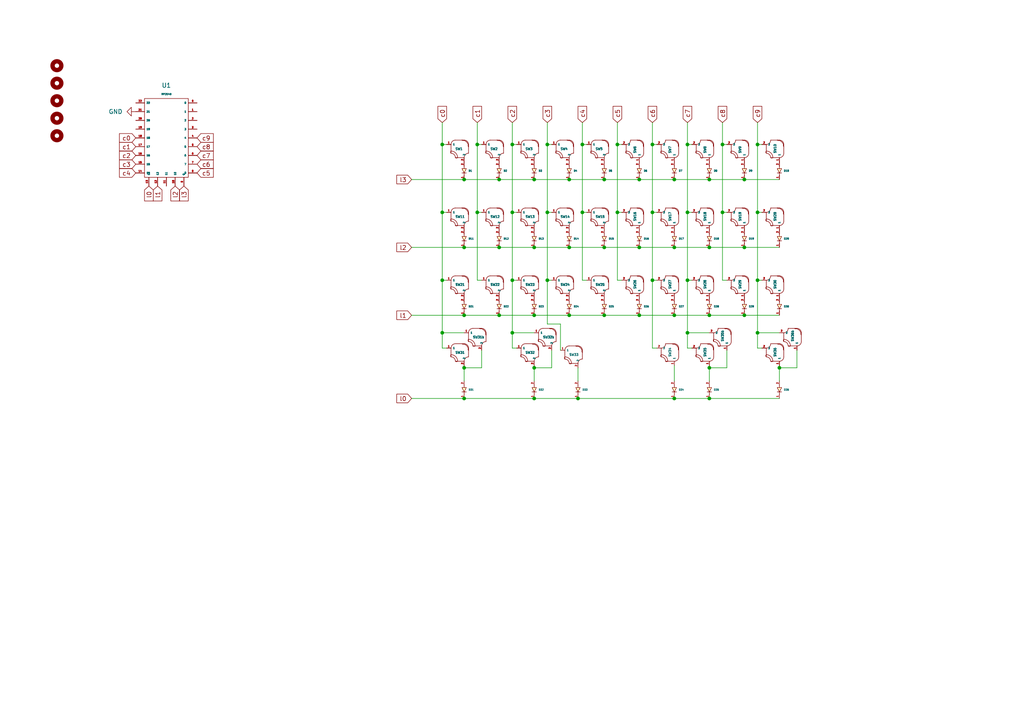
<source format=kicad_sch>
(kicad_sch (version 20250114) (generator "eeschema") (generator_version "9.0")
  (paper "A4")
  (lib_symbols
    (symbol "Mechanical:MountingHole" (pin_names (offset 1.016))
      (property "Reference" "H" (at 0 5.08 0))
      (property "Value" "MountingHole" (at 0 3.175 0))
      (symbol "MountingHole_0_1"
        (circle (center 0 0) (radius 1.27) (stroke (width 1.27)))
      )
    )
    (symbol "keyb:Diode"
      (property "Reference" "D" (at -0.635 -1.27 0))
      (symbol "Diode_0_1"
        (polyline (pts (xy -1.27 0) (xy -0.635 0)))
        (polyline (pts (xy -0.635 0.635) (xy -0.635 -0.635) (xy -0.635 0)))
        (polyline (pts (xy -0.635 0) (xy 0.635 0.635) (xy 0.635 -0.635) (xy -0.635 0)) (fill (type background)))
        (polyline (pts (xy 0.635 0) (xy 1.27 0)))
      )
      (symbol "Diode_1_1"
        (pin bidirectional line (at -2.54 0 0) (length 1.27) (name "") (number "1"))
        (pin bidirectional line (at 2.54 0 180) (length 1.27) (name "") (number "2"))
      )
    )
    (symbol "keyb:RP2040"
      (property "Reference" "U" (at 0 1.27 0))
      (property "Value" "RP2040" (at 0 -2.54 0))
      (symbol "RP2040_0_1"
        (rectangle (start -6.35 11.43) (end 6.35 -11.43))
      )
      (symbol "RP2040_1_1"
        (pin bidirectional line (at -8.89 10.16 0) (length 2.54) (name "22") (number "22"))
        (pin bidirectional line (at -8.89 7.62 0) (length 2.54) (name "21") (number "21"))
        (pin bidirectional line (at -8.89 5.08 0) (length 2.54) (name "20") (number "20"))
        (pin bidirectional line (at -8.89 2.54 0) (length 2.54) (name "19") (number "19"))
        (pin bidirectional line (at -8.89 0 0) (length 2.54) (name "18") (number "18"))
        (pin bidirectional line (at -8.89 -2.54 0) (length 2.54) (name "17") (number "17"))
        (pin bidirectional line (at -8.89 -5.08 0) (length 2.54) (name "16") (number "16"))
        (pin bidirectional line (at -8.89 -7.62 0) (length 2.54) (name "15") (number "15"))
        (pin bidirectional line (at -8.89 -10.16 0) (length 2.54) (name "14") (number "14"))
        (pin bidirectional line (at -5.08 -13.97 90) (length 2.54) (name "13") (number "13"))
        (pin bidirectional line (at -2.54 -13.97 90) (length 2.54) (name "12") (number "12"))
        (pin bidirectional line (at 0 -13.97 90) (length 2.54) (name "11") (number "11"))
        (pin bidirectional line (at 2.54 -13.97 90) (length 2.54) (name "10") (number "10"))
        (pin bidirectional line (at 5.08 -13.97 90) (length 2.54) (name "9") (number "9"))
        (pin bidirectional line (at 8.89 10.16 180) (length 2.54) (name "0") (number "0"))
        (pin bidirectional line (at 8.89 7.62 180) (length 2.54) (name "1") (number "1"))
        (pin bidirectional line (at 8.89 5.08 180) (length 2.54) (name "2") (number "2"))
        (pin bidirectional line (at 8.89 2.54 180) (length 2.54) (name "3") (number "3"))
        (pin bidirectional line (at 8.89 0 180) (length 2.54) (name "4") (number "4"))
        (pin bidirectional line (at 8.89 -2.54 180) (length 2.54) (name "5") (number "5"))
        (pin bidirectional line (at 8.89 -5.08 180) (length 2.54) (name "6") (number "6"))
        (pin bidirectional line (at 8.89 -7.62 180) (length 2.54) (name "7") (number "7"))
        (pin bidirectional line (at 8.89 -10.16 180) (length 2.54) (name "8") (number "8"))
      )
    )
    (symbol "keyb:key"
      (property "Reference" "SW" (at 0 0 0))
      (symbol "key_0_1"
        (arc (start -2.54 -0.635) (mid -1.1935 -1.1935) (end -0.635 -2.54))
        (arc (start -2.54 -1.27) (mid -1.642 -1.642) (end -1.27 -2.54))
        (polyline (pts (xy -2.54 -1.27) (xy -2.54 1.27)))
        (arc (start -2.54 -1.27) (mid -2.6715 -0.9525) (end -2.54 -0.635))
        (polyline (pts (xy -1.27 -2.54) (xy 1.27 -2.54)))
        (arc (start -2.54 1.27) (mid -2.168 2.168) (end -1.27 2.54))
        (arc (start -0.635 -2.54) (mid -0.9525 -2.6715) (end -1.27 -2.54))
        (arc (start 0.635 2.54) (mid 1.9821 1.982) (end 2.54 0.635))
        (arc (start 1.27 2.54) (mid 0.9525 2.4085) (end 0.635 2.54))
        (polyline (pts (xy 1.27 2.54) (xy -1.27 2.54)))
        (arc (start 1.27 2.54) (mid 2.168 2.168) (end 2.54 1.27))
        (polyline (pts (xy 2.54 -1.27) (xy 2.54 1.27)))
        (arc (start 1.27 -2.54) (mid 1.642 -1.642) (end 2.54 -1.27))
        (arc (start 2.54 0.635) (mid 2.4085 0.9525) (end 2.54 1.27))
      )
      (symbol "key_1_1"
        (pin bidirectional line (at -3.81 1.27 0) (length 1.27) (name "1") (number "1"))
        (pin bidirectional line (at 1.27 -3.81 90) (length 1.27) (name "2") (number "2"))
      )
    )
    (symbol "power:GND" (power) (pin_names (offset 0))
      (property "Value" "GND" (at 0 -3.81 0))
      (symbol "GND_0_1"
        (polyline (pts (xy 0 0) (xy 0 -1.27) (xy 1.27 -1.27) (xy 0 -2.54) (xy -1.27 -1.27) (xy 0 -1.27)))
      )
      (symbol "GND_1_1"
        (pin power_in line (at 0 0 270) (length 0) (hide yes) (name "GND") (number "1"))
      )
    )
  )
  (junction (at 128.27 41.91))
  (junction (at 215.9 91.44))
  (junction (at 205.74 91.44))
  (junction (at 158.75 41.91))
  (junction (at 158.75 61.595))
  (junction (at 138.43 61.595))
  (junction (at 226.06 106.68))
  (junction (at 199.39 96.52))
  (junction (at 168.91 41.91))
  (junction (at 205.74 115.57))
  (junction (at 128.27 61.595))
  (junction (at 215.9 71.755))
  (junction (at 168.91 61.595))
  (junction (at 185.42 71.755))
  (junction (at 165.1 91.44))
  (junction (at 215.9 52.07))
  (junction (at 154.94 71.755))
  (junction (at 179.07 61.595))
  (junction (at 179.07 41.91))
  (junction (at 154.94 91.44))
  (junction (at 134.62 91.44))
  (junction (at 199.39 81.28))
  (junction (at 185.42 91.44))
  (junction (at 134.62 52.07))
  (junction (at 175.26 91.44))
  (junction (at 205.74 106.68))
  (junction (at 165.1 52.07))
  (junction (at 154.94 52.07))
  (junction (at 189.23 61.595))
  (junction (at 195.58 115.57))
  (junction (at 167.64 115.57))
  (junction (at 205.74 71.755))
  (junction (at 209.55 61.595))
  (junction (at 148.59 61.595))
  (junction (at 134.62 115.57))
  (junction (at 219.71 81.28))
  (junction (at 185.42 52.07))
  (junction (at 175.26 52.07))
  (junction (at 144.78 71.755))
  (junction (at 195.58 71.755))
  (junction (at 128.27 81.28))
  (junction (at 195.58 91.44))
  (junction (at 148.59 96.52))
  (junction (at 189.23 81.28))
  (junction (at 219.71 41.91))
  (junction (at 144.78 91.44))
  (junction (at 165.1 71.755))
  (junction (at 134.62 71.755))
  (junction (at 199.39 41.91))
  (junction (at 154.94 106.68))
  (junction (at 199.39 61.595))
  (junction (at 134.62 106.68))
  (junction (at 128.27 96.52))
  (junction (at 148.59 41.91))
  (junction (at 219.71 61.595))
  (junction (at 209.55 41.91))
  (junction (at 195.58 52.07))
  (junction (at 189.23 41.91))
  (junction (at 148.59 81.28))
  (junction (at 175.26 71.755))
  (junction (at 144.78 52.07))
  (junction (at 158.75 81.28))
  (junction (at 138.43 41.91))
  (junction (at 219.71 96.52))
  (junction (at 205.74 52.07))
  (junction (at 154.94 115.57))
  (wire (pts (xy 179.07 81.28) (xy 180.34 81.28)))
  (wire (pts (xy 231.14 101.6) (xy 231.14 106.68)))
  (wire (pts (xy 205.74 106.68) (xy 205.74 106.045)))
  (wire (pts (xy 231.14 106.68) (xy 226.06 106.68)))
  (wire (pts (xy 205.74 71.755) (xy 195.58 71.755)))
  (wire (pts (xy 168.91 41.91) (xy 170.18 41.91)))
  (wire (pts (xy 138.43 41.91) (xy 139.7 41.91)))
  (wire (pts (xy 199.39 61.595) (xy 199.39 81.28)))
  (wire (pts (xy 158.75 41.91) (xy 158.75 61.595)))
  (wire (pts (xy 158.75 41.91) (xy 160.02 41.91)))
  (wire (pts (xy 185.42 91.44) (xy 195.58 91.44)))
  (wire (pts (xy 189.23 35.56) (xy 189.23 41.91)))
  (wire (pts (xy 148.59 61.595) (xy 148.59 81.28)))
  (wire (pts (xy 205.74 91.44) (xy 215.9 91.44)))
  (wire (pts (xy 144.78 52.07) (xy 154.94 52.07)))
  (wire (pts (xy 179.07 61.595) (xy 180.34 61.595)))
  (wire (pts (xy 168.91 35.56) (xy 168.91 41.91)))
  (wire (pts (xy 189.23 81.28) (xy 189.23 100.965)))
  (wire (pts (xy 209.55 41.91) (xy 210.82 41.91)))
  (wire (pts (xy 134.62 52.07) (xy 144.78 52.07)))
  (wire (pts (xy 175.26 71.755) (xy 165.1 71.755)))
  (wire (pts (xy 219.71 41.91) (xy 220.98 41.91)))
  (wire (pts (xy 138.43 35.56) (xy 138.43 41.91)))
  (wire (pts (xy 168.91 61.595) (xy 168.91 81.28)))
  (wire (pts (xy 175.26 52.07) (xy 185.42 52.07)))
  (wire (pts (xy 179.07 41.91) (xy 179.07 61.595)))
  (wire (pts (xy 148.59 35.56) (xy 148.59 41.91)))
  (wire (pts (xy 148.59 81.28) (xy 149.86 81.28)))
  (wire (pts (xy 189.23 100.965) (xy 190.5 100.965)))
  (wire (pts (xy 195.58 91.44) (xy 205.74 91.44)))
  (wire (pts (xy 175.26 91.44) (xy 185.42 91.44)))
  (wire (pts (xy 167.64 106.68) (xy 167.64 110.49)))
  (wire (pts (xy 215.9 91.44) (xy 226.06 91.44)))
  (wire (pts (xy 168.91 81.28) (xy 170.18 81.28)))
  (wire (pts (xy 226.06 71.755) (xy 215.9 71.755)))
  (wire (pts (xy 205.74 115.57) (xy 226.06 115.57)))
  (wire (pts (xy 199.39 61.595) (xy 200.66 61.595)))
  (wire (pts (xy 134.62 106.68) (xy 134.62 106.045)))
  (wire (pts (xy 158.75 35.56) (xy 158.75 41.91)))
  (wire (pts (xy 168.91 41.91) (xy 168.91 61.595)))
  (wire (pts (xy 219.71 41.91) (xy 219.71 61.595)))
  (wire (pts (xy 219.71 100.965) (xy 220.98 100.965)))
  (wire (pts (xy 128.27 35.56) (xy 128.27 41.91)))
  (wire (pts (xy 185.42 71.755) (xy 175.26 71.755)))
  (wire (pts (xy 128.27 41.91) (xy 128.27 61.595)))
  (wire (pts (xy 215.9 71.755) (xy 205.74 71.755)))
  (wire (pts (xy 179.07 41.91) (xy 180.34 41.91)))
  (wire (pts (xy 158.75 81.28) (xy 160.02 81.28)))
  (wire (pts (xy 195.58 110.49) (xy 195.58 106.045)))
  (wire (pts (xy 139.7 106.68) (xy 134.62 106.68)))
  (wire (pts (xy 128.27 100.965) (xy 129.54 100.965)))
  (wire (pts (xy 226.06 110.49) (xy 226.06 106.68)))
  (wire (pts (xy 219.71 35.56) (xy 219.71 41.91)))
  (wire (pts (xy 148.59 61.595) (xy 149.86 61.595)))
  (wire (pts (xy 209.55 61.595) (xy 210.82 61.595)))
  (wire (pts (xy 195.58 115.57) (xy 205.74 115.57)))
  (wire (pts (xy 148.59 41.91) (xy 149.86 41.91)))
  (wire (pts (xy 154.94 71.755) (xy 144.78 71.755)))
  (wire (pts (xy 154.94 110.49) (xy 154.94 106.68)))
  (wire (pts (xy 165.1 91.44) (xy 175.26 91.44)))
  (wire (pts (xy 162.56 101.6) (xy 162.56 93.98)))
  (wire (pts (xy 162.56 93.98) (xy 158.75 93.98)))
  (wire (pts (xy 134.62 110.49) (xy 134.62 106.68)))
  (wire (pts (xy 189.23 41.91) (xy 190.5 41.91)))
  (wire (pts (xy 219.71 61.595) (xy 219.71 81.28)))
  (wire (pts (xy 167.64 115.57) (xy 195.58 115.57)))
  (wire (pts (xy 168.91 61.595) (xy 170.18 61.595)))
  (wire (pts (xy 189.23 61.595) (xy 189.23 81.28)))
  (wire (pts (xy 138.43 61.595) (xy 139.7 61.595)))
  (wire (pts (xy 144.78 91.44) (xy 134.62 91.44)))
  (wire (pts (xy 199.39 81.28) (xy 200.66 81.28)))
  (wire (pts (xy 205.74 110.49) (xy 205.74 106.68)))
  (wire (pts (xy 189.23 41.91) (xy 189.23 61.595)))
  (wire (pts (xy 210.82 106.68) (xy 205.74 106.68)))
  (wire (pts (xy 128.27 96.52) (xy 134.62 96.52)))
  (wire (pts (xy 119.38 115.57) (xy 134.62 115.57)))
  (wire (pts (xy 199.39 96.52) (xy 205.74 96.52)))
  (wire (pts (xy 209.55 81.28) (xy 210.82 81.28)))
  (wire (pts (xy 148.59 96.52) (xy 148.59 100.965)))
  (wire (pts (xy 219.71 81.28) (xy 219.71 96.52)))
  (wire (pts (xy 148.59 81.28) (xy 148.59 96.52)))
  (wire (pts (xy 154.94 106.68) (xy 154.94 106.045)))
  (wire (pts (xy 154.94 52.07) (xy 165.1 52.07)))
  (wire (pts (xy 160.02 106.68) (xy 154.94 106.68)))
  (wire (pts (xy 158.75 61.595) (xy 160.02 61.595)))
  (wire (pts (xy 199.39 41.91) (xy 200.66 41.91)))
  (wire (pts (xy 215.9 52.07) (xy 226.06 52.07)))
  (wire (pts (xy 128.27 81.28) (xy 128.27 96.52)))
  (wire (pts (xy 134.62 71.755) (xy 119.38 71.755)))
  (wire (pts (xy 144.78 91.44) (xy 154.94 91.44)))
  (wire (pts (xy 144.78 71.755) (xy 134.62 71.755)))
  (wire (pts (xy 158.75 81.28) (xy 158.75 93.98)))
  (wire (pts (xy 199.39 96.52) (xy 199.39 100.965)))
  (wire (pts (xy 205.74 52.07) (xy 215.9 52.07)))
  (wire (pts (xy 160.02 101.6) (xy 160.02 106.68)))
  (wire (pts (xy 128.27 81.28) (xy 129.54 81.28)))
  (wire (pts (xy 189.23 81.28) (xy 190.5 81.28)))
  (wire (pts (xy 165.1 52.07) (xy 175.26 52.07)))
  (wire (pts (xy 199.39 100.965) (xy 200.66 100.965)))
  (wire (pts (xy 209.55 35.56) (xy 209.55 41.91)))
  (wire (pts (xy 195.58 71.755) (xy 185.42 71.755)))
  (wire (pts (xy 199.39 81.28) (xy 199.39 96.52)))
  (wire (pts (xy 134.62 91.44) (xy 119.38 91.44)))
  (wire (pts (xy 154.94 115.57) (xy 167.64 115.57)))
  (wire (pts (xy 134.62 115.57) (xy 154.94 115.57)))
  (wire (pts (xy 209.55 41.91) (xy 209.55 61.595)))
  (wire (pts (xy 138.43 81.28) (xy 139.7 81.28)))
  (wire (pts (xy 179.07 61.595) (xy 179.07 81.28)))
  (wire (pts (xy 139.7 101.6) (xy 139.7 106.68)))
  (wire (pts (xy 219.71 81.28) (xy 220.98 81.28)))
  (wire (pts (xy 148.59 100.965) (xy 149.86 100.965)))
  (wire (pts (xy 226.06 106.68) (xy 226.06 106.045)))
  (wire (pts (xy 209.55 61.595) (xy 209.55 81.28)))
  (wire (pts (xy 158.75 61.595) (xy 158.75 81.28)))
  (wire (pts (xy 199.39 41.91) (xy 199.39 61.595)))
  (wire (pts (xy 199.39 35.56) (xy 199.39 41.91)))
  (wire (pts (xy 128.27 61.595) (xy 129.54 61.595)))
  (wire (pts (xy 179.07 35.56) (xy 179.07 41.91)))
  (wire (pts (xy 138.43 41.91) (xy 138.43 61.595)))
  (wire (pts (xy 154.94 91.44) (xy 165.1 91.44)))
  (wire (pts (xy 219.71 96.52) (xy 226.06 96.52)))
  (wire (pts (xy 148.59 41.91) (xy 148.59 61.595)))
  (wire (pts (xy 148.59 96.52) (xy 154.94 96.52)))
  (wire (pts (xy 119.38 52.07) (xy 134.62 52.07)))
  (wire (pts (xy 128.27 41.91) (xy 129.54 41.91)))
  (wire (pts (xy 185.42 52.07) (xy 195.58 52.07)))
  (wire (pts (xy 195.58 52.07) (xy 205.74 52.07)))
  (wire (pts (xy 165.1 71.755) (xy 154.94 71.755)))
  (wire (pts (xy 138.43 61.595) (xy 138.43 81.28)))
  (wire (pts (xy 128.27 96.52) (xy 128.27 100.965)))
  (wire (pts (xy 128.27 61.595) (xy 128.27 81.28)))
  (wire (pts (xy 219.71 96.52) (xy 219.71 100.965)))
  (wire (pts (xy 189.23 61.595) (xy 190.5 61.595)))
  (wire (pts (xy 210.82 101.6) (xy 210.82 106.68)))
  (wire (pts (xy 219.71 61.595) (xy 220.98 61.595)))
  (global_label "c5" (shape input) (at 57.15 50.165 0) (property "Intersheetrefs" "${INTERSHEET_REFS}" (effects (hide yes))) (property "Références Inter-Feuilles" "${INTERSHEET_REFS}" (effects (hide yes))))
  (global_label "l3" (shape input) (at 119.38 52.07 180) (property "Intersheetrefs" "${INTERSHEET_REFS}" (effects (hide yes))) (property "Références Inter-Feuilles" "${INTERSHEET_REFS}" (effects (hide yes))))
  (global_label "c3" (shape input) (at 158.75 35.56 90) (property "Intersheetrefs" "${INTERSHEET_REFS}" (effects (hide yes))) (property "Références Inter-Feuilles" "${INTERSHEET_REFS}" (effects (hide yes))))
  (global_label "c2" (shape input) (at 39.37 45.085 180) (property "Intersheetrefs" "${INTERSHEET_REFS}" (effects (hide yes))) (property "Références Inter-Feuilles" "${INTERSHEET_REFS}" (effects (hide yes))))
  (global_label "l1" (shape input) (at 45.72 53.975 270) (property "Intersheetrefs" "${INTERSHEET_REFS}" (effects (hide yes))) (property "Références Inter-Feuilles" "${INTERSHEET_REFS}" (effects (hide yes))))
  (global_label "c9" (shape input) (at 57.15 40.005 0) (property "Intersheetrefs" "${INTERSHEET_REFS}" (effects (hide yes))) (property "Références Inter-Feuilles" "${INTERSHEET_REFS}" (effects (hide yes))))
  (global_label "c6" (shape input) (at 57.15 47.625 0) (property "Intersheetrefs" "${INTERSHEET_REFS}" (effects (hide yes))) (property "Références Inter-Feuilles" "${INTERSHEET_REFS}" (effects (hide yes))))
  (global_label "c2" (shape input) (at 148.59 35.56 90) (property "Intersheetrefs" "${INTERSHEET_REFS}" (effects (hide yes))) (property "Références Inter-Feuilles" "${INTERSHEET_REFS}" (effects (hide yes))))
  (global_label "c5" (shape input) (at 179.07 35.56 90) (property "Intersheetrefs" "${INTERSHEET_REFS}" (effects (hide yes))) (property "Références Inter-Feuilles" "${INTERSHEET_REFS}" (effects (hide yes))))
  (global_label "c7" (shape input) (at 57.15 45.085 0) (property "Intersheetrefs" "${INTERSHEET_REFS}" (effects (hide yes))) (property "Références Inter-Feuilles" "${INTERSHEET_REFS}" (effects (hide yes))))
  (global_label "l2" (shape input) (at 50.8 53.975 270) (property "Intersheetrefs" "${INTERSHEET_REFS}" (effects (hide yes))) (property "Références Inter-Feuilles" "${INTERSHEET_REFS}" (effects (hide yes))))
  (global_label "c3" (shape input) (at 39.37 47.625 180) (property "Intersheetrefs" "${INTERSHEET_REFS}" (effects (hide yes))) (property "Références Inter-Feuilles" "${INTERSHEET_REFS}" (effects (hide yes))))
  (global_label "c8" (shape input) (at 57.15 42.545 0) (property "Intersheetrefs" "${INTERSHEET_REFS}" (effects (hide yes))) (property "Références Inter-Feuilles" "${INTERSHEET_REFS}" (effects (hide yes))))
  (global_label "l3" (shape input) (at 53.34 53.975 270) (property "Intersheetrefs" "${INTERSHEET_REFS}" (effects (hide yes))) (property "Références Inter-Feuilles" "${INTERSHEET_REFS}" (effects (hide yes))))
  (global_label "c6" (shape input) (at 189.23 35.56 90) (property "Intersheetrefs" "${INTERSHEET_REFS}" (effects (hide yes))) (property "Références Inter-Feuilles" "${INTERSHEET_REFS}" (effects (hide yes))))
  (global_label "l0" (shape input) (at 43.18 53.975 270) (property "Intersheetrefs" "${INTERSHEET_REFS}" (effects (hide yes))) (property "Références Inter-Feuilles" "${INTERSHEET_REFS}" (effects (hide yes))))
  (global_label "c9" (shape input) (at 219.71 35.56 90) (property "Intersheetrefs" "${INTERSHEET_REFS}" (effects (hide yes))) (property "Références Inter-Feuilles" "${INTERSHEET_REFS}" (effects (hide yes))))
  (global_label "l2" (shape input) (at 119.38 71.755 180) (property "Intersheetrefs" "${INTERSHEET_REFS}" (effects (hide yes))) (property "Références Inter-Feuilles" "${INTERSHEET_REFS}" (effects (hide yes))))
  (global_label "l1" (shape input) (at 119.38 91.44 180) (property "Intersheetrefs" "${INTERSHEET_REFS}" (effects (hide yes))) (property "Références Inter-Feuilles" "${INTERSHEET_REFS}" (effects (hide yes))))
  (global_label "c1" (shape input) (at 39.37 42.545 180) (property "Intersheetrefs" "${INTERSHEET_REFS}" (effects (hide yes))) (property "Références Inter-Feuilles" "${INTERSHEET_REFS}" (effects (hide yes))))
  (global_label "c4" (shape input) (at 39.37 50.165 180) (property "Intersheetrefs" "${INTERSHEET_REFS}" (effects (hide yes))) (property "Références Inter-Feuilles" "${INTERSHEET_REFS}" (effects (hide yes))))
  (global_label "c4" (shape input) (at 168.91 35.56 90) (property "Intersheetrefs" "${INTERSHEET_REFS}" (effects (hide yes))) (property "Références Inter-Feuilles" "${INTERSHEET_REFS}" (effects (hide yes))))
  (global_label "c1" (shape input) (at 138.43 35.56 90) (property "Intersheetrefs" "${INTERSHEET_REFS}" (effects (hide yes))) (property "Références Inter-Feuilles" "${INTERSHEET_REFS}" (effects (hide yes))))
  (global_label "c0" (shape input) (at 39.37 40.005 180) (property "Intersheetrefs" "${INTERSHEET_REFS}" (effects (hide yes))) (property "Références Inter-Feuilles" "${INTERSHEET_REFS}" (effects (hide yes))))
  (global_label "c0" (shape input) (at 128.27 35.56 90) (property "Intersheetrefs" "${INTERSHEET_REFS}" (effects (hide yes))) (property "Références Inter-Feuilles" "${INTERSHEET_REFS}" (effects (hide yes))))
  (global_label "c7" (shape input) (at 199.39 35.56 90) (property "Intersheetrefs" "${INTERSHEET_REFS}" (effects (hide yes))) (property "Références Inter-Feuilles" "${INTERSHEET_REFS}" (effects (hide yes))))
  (global_label "l0" (shape input) (at 119.38 115.57 180) (property "Intersheetrefs" "${INTERSHEET_REFS}" (effects (hide yes))) (property "Références Inter-Feuilles" "${INTERSHEET_REFS}" (effects (hide yes))))
  (global_label "c8" (shape input) (at 209.55 35.56 90) (property "Intersheetrefs" "${INTERSHEET_REFS}" (effects (hide yes))) (property "Références Inter-Feuilles" "${INTERSHEET_REFS}" (effects (hide yes))))
  (symbol (lib_id "keyb:Diode") (at 134.62 49.53 90) (unit 1)
    (property "Reference" "D1" (at 135.89 49.53 90) (effects (font (size 0.5 0.5)) (justify right)))
    (property "Value" "Diode" (effects (hide yes)))
    (property "Footprint" "kb:Diode" (effects (hide yes)))
  )
  (symbol (lib_id "keyb:key") (at 153.67 62.865 0) (unit 1)
    (property "Reference" "SW13" (at 152.4 62.865 0) (effects (font (size 0.65 0.65)) (justify left)))
    (property "Value" "key" (effects (hide yes)))
    (property "Footprint" "PCM_Switch_Keyboard_Kailh:SW_Kailh_Choc_V1_1.00u" (effects (hide yes)))
  )
  (symbol (lib_id "keyb:Diode") (at 205.74 88.9 90) (unit 1)
    (property "Reference" "D28" (at 207.01 88.9 90) (effects (font (size 0.5 0.5)) (justify right)))
    (property "Value" "Diode" (effects (hide yes)))
    (property "Footprint" "kb:Diode" (effects (hide yes)))
  )
  (symbol (lib_id "keyb:Diode") (at 215.9 69.215 90) (unit 1)
    (property "Reference" "D19" (at 217.17 69.215 90) (effects (font (size 0.5 0.5)) (justify right)))
    (property "Value" "Diode" (effects (hide yes)))
    (property "Footprint" "kb:Diode" (effects (hide yes)))
  )
  (symbol (lib_id "keyb:Diode") (at 175.26 49.53 90) (unit 1)
    (property "Reference" "D5" (at 176.53 49.53 90) (effects (font (size 0.5 0.5)) (justify right)))
    (property "Value" "Diode" (effects (hide yes)))
    (property "Footprint" "kb:Diode" (effects (hide yes)))
  )
  (symbol (lib_id "keyb:key") (at 204.47 43.18 270) (mirror x) (unit 1)
    (property "Reference" "SW8" (at 204.47 44.45 0) (effects (font (size 0.65 0.65)) (justify left)))
    (property "Value" "key" (effects (hide yes)))
    (property "Footprint" "PCM_Switch_Keyboard_Kailh:SW_Kailh_Choc_V1_1.00u" (effects (hide yes)))
  )
  (symbol (lib_id "Mechanical:MountingHole") (at 16.51 39.37 0) (unit 1)
    (property "Reference" "H5" (effects (hide yes)))
    (property "Value" "MountingHole" (effects (hide yes)))
    (property "Footprint" "MountingHole:MountingHole_2.2mm_M2" (effects (hide yes)))
  )
  (symbol (lib_id "keyb:key") (at 143.51 62.865 0) (unit 1)
    (property "Reference" "SW12" (at 142.24 62.865 0) (effects (font (size 0.65 0.65)) (justify left)))
    (property "Value" "key" (effects (hide yes)))
    (property "Footprint" "PCM_Switch_Keyboard_Kailh:SW_Kailh_Choc_V1_1.00u" (effects (hide yes)))
  )
  (symbol (lib_id "keyb:Diode") (at 144.78 49.53 90) (unit 1)
    (property "Reference" "D2" (at 146.05 49.53 90) (effects (font (size 0.5 0.5)) (justify right)))
    (property "Value" "Diode" (effects (hide yes)))
    (property "Footprint" "kb:Diode" (effects (hide yes)))
  )
  (symbol (lib_id "keyb:Diode") (at 195.58 113.03 90) (unit 1)
    (property "Reference" "D34" (at 196.85 113.03 90) (effects (font (size 0.5 0.5)) (justify right)))
    (property "Value" "Diode" (effects (hide yes)))
    (property "Footprint" "kb:Diode" (effects (hide yes)))
  )
  (symbol (lib_id "keyb:key") (at 194.31 62.865 270) (mirror x) (unit 1)
    (property "Reference" "SW17" (at 194.31 64.135 0) (effects (font (size 0.65 0.65)) (justify left)))
    (property "Value" "key" (effects (hide yes)))
    (property "Footprint" "PCM_Switch_Keyboard_Kailh:SW_Kailh_Choc_V1_1.00u" (effects (hide yes)))
  )
  (symbol (lib_id "keyb:Diode") (at 205.74 49.53 90) (unit 1)
    (property "Reference" "D8" (at 207.01 49.53 90) (effects (font (size 0.5 0.5)) (justify right)))
    (property "Value" "Diode" (effects (hide yes)))
    (property "Footprint" "kb:Diode" (effects (hide yes)))
  )
  (symbol (lib_id "keyb:Diode") (at 185.42 88.9 90) (unit 1)
    (property "Reference" "D26" (at 186.69 88.9 90) (effects (font (size 0.5 0.5)) (justify right)))
    (property "Value" "Diode" (effects (hide yes)))
    (property "Footprint" "kb:Diode" (effects (hide yes)))
  )
  (symbol (lib_id "keyb:Diode") (at 195.58 49.53 90) (unit 1)
    (property "Reference" "D7" (at 196.85 49.53 90) (effects (font (size 0.5 0.5)) (justify right)))
    (property "Value" "Diode" (effects (hide yes)))
    (property "Footprint" "kb:Diode" (effects (hide yes)))
  )
  (symbol (lib_id "keyb:key") (at 163.83 43.18 0) (unit 1)
    (property "Reference" "SW4" (at 162.56 43.18 0) (effects (font (size 0.65 0.65)) (justify left)))
    (property "Value" "key" (effects (hide yes)))
    (property "Footprint" "PCM_Switch_Keyboard_Kailh:SW_Kailh_Choc_V1_1.00u" (effects (hide yes)))
  )
  (symbol (lib_id "Mechanical:MountingHole") (at 16.51 29.21 0) (unit 1)
    (property "Reference" "H3" (effects (hide yes)))
    (property "Value" "MountingHole" (effects (hide yes)))
    (property "Footprint" "MountingHole:MountingHole_2.2mm_M2" (effects (hide yes)))
  )
  (symbol (lib_id "keyb:Diode") (at 175.26 69.215 90) (unit 1)
    (property "Reference" "D15" (at 176.53 69.215 90) (effects (font (size 0.5 0.5)) (justify right)))
    (property "Value" "Diode" (effects (hide yes)))
    (property "Footprint" "kb:Diode" (effects (hide yes)))
  )
  (symbol (lib_id "keyb:key") (at 214.63 82.55 270) (mirror x) (unit 1)
    (property "Reference" "SW29" (at 214.63 83.82 0) (effects (font (size 0.65 0.65)) (justify left)))
    (property "Value" "key" (effects (hide yes)))
    (property "Footprint" "PCM_Switch_Keyboard_Kailh:SW_Kailh_Choc_V1_1.00u" (effects (hide yes)))
  )
  (symbol (lib_id "keyb:Diode") (at 215.9 49.53 90) (unit 1)
    (property "Reference" "D9" (at 217.17 49.53 90) (effects (font (size 0.5 0.5)) (justify right)))
    (property "Value" "Diode" (effects (hide yes)))
    (property "Footprint" "kb:Diode" (effects (hide yes)))
  )
  (symbol (lib_id "keyb:key") (at 133.35 62.865 0) (unit 1)
    (property "Reference" "SW11" (at 132.08 62.865 0) (effects (font (size 0.65 0.65)) (justify left)))
    (property "Value" "key" (effects (hide yes)))
    (property "Footprint" "PCM_Switch_Keyboard_Kailh:SW_Kailh_Choc_V1_1.00u" (effects (hide yes)))
  )
  (symbol (lib_id "keyb:Diode") (at 215.9 88.9 90) (unit 1)
    (property "Reference" "D29" (at 217.17 88.9 90) (effects (font (size 0.5 0.5)) (justify right)))
    (property "Value" "Diode" (effects (hide yes)))
    (property "Footprint" "kb:Diode" (effects (hide yes)))
  )
  (symbol (lib_id "power:GND") (at 39.37 32.385 270) (unit 1)
    (property "Reference" "#PWR01" (effects (hide yes)))
    (property "Value" "GND" (at 35.56 32.3849 90) (effects (justify right)))
  )
  (symbol (lib_id "keyb:Diode") (at 165.1 49.53 90) (unit 1)
    (property "Reference" "D4" (at 166.37 49.53 90) (effects (font (size 0.5 0.5)) (justify right)))
    (property "Value" "Diode" (effects (hide yes)))
    (property "Footprint" "kb:Diode" (effects (hide yes)))
  )
  (symbol (lib_id "keyb:key") (at 214.63 62.865 270) (mirror x) (unit 1)
    (property "Reference" "SW19" (at 214.63 64.135 0) (effects (font (size 0.65 0.65)) (justify left)))
    (property "Value" "key" (effects (hide yes)))
    (property "Footprint" "PCM_Switch_Keyboard_Kailh:SW_Kailh_Choc_V1_1.00u" (effects (hide yes)))
  )
  (symbol (lib_id "keyb:Diode") (at 134.62 88.9 90) (unit 1)
    (property "Reference" "D21" (at 135.89 88.9 90) (effects (font (size 0.5 0.5)) (justify right)))
    (property "Value" "Diode" (effects (hide yes)))
    (property "Footprint" "kb:Diode" (effects (hide yes)))
  )
  (symbol (lib_id "keyb:key") (at 173.99 62.865 0) (unit 1)
    (property "Reference" "SW15" (at 172.72 62.865 0) (effects (font (size 0.65 0.65)) (justify left)))
    (property "Value" "key" (effects (hide yes)))
    (property "Footprint" "PCM_Switch_Keyboard_Kailh:SW_Kailh_Choc_V1_1.00u" (effects (hide yes)))
  )
  (symbol (lib_id "keyb:Diode") (at 165.1 88.9 90) (unit 1)
    (property "Reference" "D24" (at 166.37 88.9 90) (effects (font (size 0.5 0.5)) (justify right)))
    (property "Value" "Diode" (effects (hide yes)))
    (property "Footprint" "kb:Diode" (effects (hide yes)))
  )
  (symbol (lib_id "keyb:key") (at 204.47 62.865 270) (mirror x) (unit 1)
    (property "Reference" "SW18" (at 204.47 64.135 0) (effects (font (size 0.65 0.65)) (justify left)))
    (property "Value" "key" (effects (hide yes)))
    (property "Footprint" "PCM_Switch_Keyboard_Kailh:SW_Kailh_Choc_V1_1.00u" (effects (hide yes)))
  )
  (symbol (lib_id "keyb:Diode") (at 226.06 69.215 90) (unit 1)
    (property "Reference" "D20" (at 227.33 69.215 90) (effects (font (size 0.5 0.5)) (justify right)))
    (property "Value" "Diode" (effects (hide yes)))
    (property "Footprint" "kb:Diode" (effects (hide yes)))
  )
  (symbol (lib_id "keyb:Diode") (at 134.62 69.215 90) (unit 1)
    (property "Reference" "D11" (at 135.89 69.215 90) (effects (font (size 0.5 0.5)) (justify right)))
    (property "Value" "Diode" (effects (hide yes)))
    (property "Footprint" "kb:Diode" (effects (hide yes)))
  )
  (symbol (lib_id "keyb:Diode") (at 185.42 49.53 90) (unit 1)
    (property "Reference" "D6" (at 186.69 49.53 90) (effects (font (size 0.5 0.5)) (justify right)))
    (property "Value" "Diode" (effects (hide yes)))
    (property "Footprint" "kb:Diode" (effects (hide yes)))
  )
  (symbol (lib_id "keyb:Diode") (at 144.78 88.9 90) (unit 1)
    (property "Reference" "D22" (at 146.05 88.9 90) (effects (font (size 0.5 0.5)) (justify right)))
    (property "Value" "Diode" (effects (hide yes)))
    (property "Footprint" "kb:Diode" (effects (hide yes)))
  )
  (symbol (lib_id "keyb:Diode") (at 165.1 69.215 90) (unit 1)
    (property "Reference" "D14" (at 166.37 69.215 90) (effects (font (size 0.5 0.5)) (justify right)))
    (property "Value" "Diode" (effects (hide yes)))
    (property "Footprint" "kb:Diode" (effects (hide yes)))
  )
  (symbol (lib_id "keyb:Diode") (at 195.58 69.215 90) (unit 1)
    (property "Reference" "D17" (at 196.85 69.215 90) (effects (font (size 0.5 0.5)) (justify right)))
    (property "Value" "Diode" (effects (hide yes)))
    (property "Footprint" "kb:Diode" (effects (hide yes)))
  )
  (symbol (lib_id "keyb:Diode") (at 226.06 88.9 90) (unit 1)
    (property "Reference" "D30" (at 227.33 88.9 90) (effects (font (size 0.5 0.5)) (justify right)))
    (property "Value" "Diode" (effects (hide yes)))
    (property "Footprint" "kb:Diode" (effects (hide yes)))
  )
  (symbol (lib_id "keyb:key") (at 224.79 62.865 270) (mirror x) (unit 1)
    (property "Reference" "SW20" (at 224.79 64.135 0) (effects (font (size 0.65 0.65)) (justify left)))
    (property "Value" "key" (effects (hide yes)))
    (property "Footprint" "PCM_Switch_Keyboard_Kailh:SW_Kailh_Choc_V1_1.00u" (effects (hide yes)))
  )
  (symbol (lib_id "keyb:Diode") (at 195.58 88.9 90) (unit 1)
    (property "Reference" "D27" (at 196.85 88.9 90) (effects (font (size 0.5 0.5)) (justify right)))
    (property "Value" "Diode" (effects (hide yes)))
    (property "Footprint" "kb:Diode" (effects (hide yes)))
  )
  (symbol (lib_id "keyb:Diode") (at 134.62 113.03 90) (unit 1)
    (property "Reference" "D31" (at 135.89 113.03 90) (effects (font (size 0.5 0.5)) (justify right)))
    (property "Value" "Diode" (effects (hide yes)))
    (property "Footprint" "kb:Diode" (effects (hide yes)))
  )
  (symbol (lib_id "keyb:key") (at 224.79 43.18 270) (mirror x) (unit 1)
    (property "Reference" "SW10" (at 224.79 44.45 0) (effects (font (size 0.65 0.65)) (justify left)))
    (property "Value" "key" (effects (hide yes)))
    (property "Footprint" "PCM_Switch_Keyboard_Kailh:SW_Kailh_Choc_V1_1.00u" (effects (hide yes)))
  )
  (symbol (lib_id "keyb:key") (at 194.31 82.55 270) (mirror x) (unit 1)
    (property "Reference" "SW27" (at 194.31 83.82 0) (effects (font (size 0.65 0.65)) (justify left)))
    (property "Value" "key" (effects (hide yes)))
    (property "Footprint" "PCM_Switch_Keyboard_Kailh:SW_Kailh_Choc_V1_1.00u" (effects (hide yes)))
  )
  (symbol (lib_id "keyb:Diode") (at 144.78 69.215 90) (unit 1)
    (property "Reference" "D12" (at 146.05 69.215 90) (effects (font (size 0.5 0.5)) (justify right)))
    (property "Value" "Diode" (effects (hide yes)))
    (property "Footprint" "kb:Diode" (effects (hide yes)))
  )
  (symbol (lib_id "keyb:key") (at 163.83 62.865 0) (unit 1)
    (property "Reference" "SW14" (at 162.56 62.865 0) (effects (font (size 0.65 0.65)) (justify left)))
    (property "Value" "key" (effects (hide yes)))
    (property "Footprint" "PCM_Switch_Keyboard_Kailh:SW_Kailh_Choc_V1_1.00u" (effects (hide yes)))
  )
  (symbol (lib_id "keyb:key") (at 143.51 43.18 0) (unit 1)
    (property "Reference" "SW2" (at 142.24 43.18 0) (effects (font (size 0.65 0.65)) (justify left)))
    (property "Value" "key" (effects (hide yes)))
    (property "Footprint" "PCM_Switch_Keyboard_Kailh:SW_Kailh_Choc_V1_1.00u" (effects (hide yes)))
  )
  (symbol (lib_id "keyb:key") (at 133.35 43.18 0) (unit 1)
    (property "Reference" "SW1" (at 132.08 43.18 0) (effects (font (size 0.65 0.65)) (justify left)))
    (property "Value" "key" (effects (hide yes)))
    (property "Footprint" "PCM_Switch_Keyboard_Kailh:SW_Kailh_Choc_V1_1.00u" (effects (hide yes)))
  )
  (symbol (lib_id "keyb:Diode") (at 154.94 88.9 90) (unit 1)
    (property "Reference" "D23" (at 156.21 88.9 90) (effects (font (size 0.5 0.5)) (justify right)))
    (property "Value" "Diode" (effects (hide yes)))
    (property "Footprint" "kb:Diode" (effects (hide yes)))
  )
  (symbol (lib_id "keyb:Diode") (at 167.64 113.03 90) (unit 1)
    (property "Reference" "D33" (at 168.91 113.03 90) (effects (font (size 0.5 0.5)) (justify right)))
    (property "Value" "Diode" (effects (hide yes)))
    (property "Footprint" "kb:Diode" (effects (hide yes)))
  )
  (symbol (lib_id "keyb:key") (at 194.31 102.235 270) (mirror x) (unit 1)
    (property "Reference" "SW34" (at 194.31 103.505 0) (effects (font (size 0.65 0.65)) (justify left)))
    (property "Value" "key" (effects (hide yes)))
    (property "Footprint" "PCM_Switch_Keyboard_Kailh:SW_Kailh_Choc_V1_1.00u" (effects (hide yes)))
  )
  (symbol (lib_id "keyb:key") (at 153.67 102.235 0) (unit 1)
    (property "Reference" "SW32" (at 152.4 102.235 0) (effects (font (size 0.65 0.65)) (justify left)))
    (property "Value" "key" (effects (hide yes)))
    (property "Footprint" "PCM_Switch_Keyboard_Kailh:SW_Kailh_Choc_V1_1.00u" (effects (hide yes)))
  )
  (symbol (lib_id "keyb:key") (at 204.47 102.235 270) (mirror x) (unit 1)
    (property "Reference" "SW35" (at 204.47 103.505 0) (effects (font (size 0.65 0.65)) (justify left)))
    (property "Value" "key" (effects (hide yes)))
    (property "Footprint" "PCM_Switch_Keyboard_Kailh:SW_Kailh_Choc_V1_1.00u" (effects (hide yes)))
  )
  (symbol (lib_id "keyb:Diode") (at 154.94 113.03 90) (unit 1)
    (property "Reference" "D32" (at 156.21 113.03 90) (effects (font (size 0.5 0.5)) (justify right)))
    (property "Value" "Diode" (effects (hide yes)))
    (property "Footprint" "kb:Diode" (effects (hide yes)))
  )
  (symbol (lib_id "keyb:key") (at 133.35 102.235 0) (unit 1)
    (property "Reference" "SW31" (at 132.08 102.235 0) (effects (font (size 0.65 0.65)) (justify left)))
    (property "Value" "key" (effects (hide yes)))
    (property "Footprint" "PCM_Switch_Keyboard_Kailh:SW_Kailh_Choc_V1_1.00u" (effects (hide yes)))
  )
  (symbol (lib_id "keyb:key") (at 173.99 43.18 0) (unit 1)
    (property "Reference" "SW5" (at 172.72 43.18 0) (effects (font (size 0.65 0.65)) (justify left)))
    (property "Value" "key" (effects (hide yes)))
    (property "Footprint" "PCM_Switch_Keyboard_Kailh:SW_Kailh_Choc_V1_1.00u" (effects (hide yes)))
  )
  (symbol (lib_id "keyb:Diode") (at 154.94 69.215 90) (unit 1)
    (property "Reference" "D13" (at 156.21 69.215 90) (effects (font (size 0.5 0.5)) (justify right)))
    (property "Value" "Diode" (effects (hide yes)))
    (property "Footprint" "kb:Diode" (effects (hide yes)))
  )
  (symbol (lib_id "keyb:Diode") (at 185.42 69.215 90) (unit 1)
    (property "Reference" "D16" (at 186.69 69.215 90) (effects (font (size 0.5 0.5)) (justify right)))
    (property "Value" "Diode" (effects (hide yes)))
    (property "Footprint" "kb:Diode" (effects (hide yes)))
  )
  (symbol (lib_id "keyb:key") (at 214.63 43.18 270) (mirror x) (unit 1)
    (property "Reference" "SW9" (at 214.63 44.45 0) (effects (font (size 0.65 0.65)) (justify left)))
    (property "Value" "key" (effects (hide yes)))
    (property "Footprint" "PCM_Switch_Keyboard_Kailh:SW_Kailh_Choc_V1_1.00u" (effects (hide yes)))
  )
  (symbol (lib_id "keyb:key") (at 184.15 62.865 270) (mirror x) (unit 1)
    (property "Reference" "SW16" (at 184.15 64.135 0) (effects (font (size 0.65 0.65)) (justify left)))
    (property "Value" "key" (effects (hide yes)))
    (property "Footprint" "PCM_Switch_Keyboard_Kailh:SW_Kailh_Choc_V1_1.00u" (effects (hide yes)))
  )
  (symbol (lib_id "keyb:Diode") (at 175.26 88.9 90) (unit 1)
    (property "Reference" "D25" (at 176.53 88.9 90) (effects (font (size 0.5 0.5)) (justify right)))
    (property "Value" "Diode" (effects (hide yes)))
    (property "Footprint" "kb:Diode" (effects (hide yes)))
  )
  (symbol (lib_id "keyb:key") (at 143.51 82.55 0) (unit 1)
    (property "Reference" "SW22" (at 142.24 82.55 0) (effects (font (size 0.65 0.65)) (justify left)))
    (property "Value" "key" (effects (hide yes)))
    (property "Footprint" "PCM_Switch_Keyboard_Kailh:SW_Kailh_Choc_V1_1.00u" (effects (hide yes)))
  )
  (symbol (lib_id "keyb:key") (at 209.55 97.79 270) (mirror x) (unit 1)
    (property "Reference" "SW35b" (at 209.55 99.06 0) (effects (font (size 0.65 0.65)) (justify left)))
    (property "Value" "key" (effects (hide yes)))
    (property "Footprint" "PCM_Switch_Keyboard_Kailh:SW_Kailh_Choc_V1_1.00u" (effects (hide yes)))
  )
  (symbol (lib_id "keyb:key") (at 184.15 82.55 270) (mirror x) (unit 1)
    (property "Reference" "SW26" (at 184.15 83.82 0) (effects (font (size 0.65 0.65)) (justify left)))
    (property "Value" "key" (effects (hide yes)))
    (property "Footprint" "PCM_Switch_Keyboard_Kailh:SW_Kailh_Choc_V1_1.00u" (effects (hide yes)))
  )
  (symbol (lib_id "keyb:key") (at 173.99 82.55 0) (unit 1)
    (property "Reference" "SW25" (at 172.72 82.55 0) (effects (font (size 0.65 0.65)) (justify left)))
    (property "Value" "key" (effects (hide yes)))
    (property "Footprint" "PCM_Switch_Keyboard_Kailh:SW_Kailh_Choc_V1_1.00u" (effects (hide yes)))
  )
  (symbol (lib_id "keyb:Diode") (at 226.06 49.53 90) (unit 1)
    (property "Reference" "D10" (at 227.33 49.53 90) (effects (font (size 0.5 0.5)) (justify right)))
    (property "Value" "Diode" (effects (hide yes)))
    (property "Footprint" "kb:Diode" (effects (hide yes)))
  )
  (symbol (lib_id "keyb:key") (at 224.79 82.55 270) (mirror x) (unit 1)
    (property "Reference" "SW30" (at 224.79 83.82 0) (effects (font (size 0.65 0.65)) (justify left)))
    (property "Value" "key" (effects (hide yes)))
    (property "Footprint" "PCM_Switch_Keyboard_Kailh:SW_Kailh_Choc_V1_1.00u" (effects (hide yes)))
  )
  (symbol (lib_id "keyb:key") (at 133.35 82.55 0) (unit 1)
    (property "Reference" "SW21" (at 132.08 82.55 0) (effects (font (size 0.65 0.65)) (justify left)))
    (property "Value" "key" (effects (hide yes)))
    (property "Footprint" "PCM_Switch_Keyboard_Kailh:SW_Kailh_Choc_V1_1.00u" (effects (hide yes)))
  )
  (symbol (lib_id "keyb:key") (at 224.79 102.235 270) (mirror x) (unit 1)
    (property "Reference" "SW36" (at 224.79 103.505 0) (effects (font (size 0.65 0.65)) (justify left)))
    (property "Value" "key" (effects (hide yes)))
    (property "Footprint" "PCM_Switch_Keyboard_Kailh:SW_Kailh_Choc_V1_1.00u" (effects (hide yes)))
  )
  (symbol (lib_id "keyb:key") (at 194.31 43.18 270) (mirror x) (unit 1)
    (property "Reference" "SW7" (at 194.31 44.45 0) (effects (font (size 0.65 0.65)) (justify left)))
    (property "Value" "key" (effects (hide yes)))
    (property "Footprint" "PCM_Switch_Keyboard_Kailh:SW_Kailh_Choc_V1_1.00u" (effects (hide yes)))
  )
  (symbol (lib_id "keyb:key") (at 204.47 82.55 270) (mirror x) (unit 1)
    (property "Reference" "SW28" (at 204.47 83.82 0) (effects (font (size 0.65 0.65)) (justify left)))
    (property "Value" "key" (effects (hide yes)))
    (property "Footprint" "PCM_Switch_Keyboard_Kailh:SW_Kailh_Choc_V1_1.00u" (effects (hide yes)))
  )
  (symbol (lib_id "Mechanical:MountingHole") (at 16.51 19.05 0) (unit 1)
    (property "Reference" "H1" (effects (hide yes)))
    (property "Value" "MountingHole" (effects (hide yes)))
    (property "Footprint" "MountingHole:MountingHole_2.2mm_M2" (effects (hide yes)))
  )
  (symbol (lib_id "Mechanical:MountingHole") (at 16.51 24.13 0) (unit 1)
    (property "Reference" "H2" (effects (hide yes)))
    (property "Value" "MountingHole" (effects (hide yes)))
    (property "Footprint" "MountingHole:MountingHole_2.2mm_M2" (effects (hide yes)))
  )
  (symbol (lib_id "keyb:key") (at 153.67 82.55 0) (unit 1)
    (property "Reference" "SW23" (at 152.4 82.55 0) (effects (font (size 0.65 0.65)) (justify left)))
    (property "Value" "key" (effects (hide yes)))
    (property "Footprint" "PCM_Switch_Keyboard_Kailh:SW_Kailh_Choc_V1_1.00u" (effects (hide yes)))
  )
  (symbol (lib_id "keyb:Diode") (at 205.74 113.03 90) (unit 1)
    (property "Reference" "D35" (at 207.01 113.03 90) (effects (font (size 0.5 0.5)) (justify right)))
    (property "Value" "Diode" (effects (hide yes)))
    (property "Footprint" "kb:Diode" (effects (hide yes)))
  )
  (symbol (lib_id "keyb:key") (at 166.37 102.87 0) (unit 1)
    (property "Reference" "SW33" (at 165.1 102.87 0) (effects (font (size 0.65 0.65)) (justify left)))
    (property "Value" "key" (effects (hide yes)))
    (property "Footprint" "PCM_Switch_Keyboard_Kailh:SW_Kailh_Choc_V1_1.00u" (effects (hide yes)))
  )
  (symbol (lib_id "keyb:Diode") (at 154.94 49.53 90) (unit 1)
    (property "Reference" "D3" (at 156.21 49.53 90) (effects (font (size 0.5 0.5)) (justify right)))
    (property "Value" "Diode" (effects (hide yes)))
    (property "Footprint" "kb:Diode" (effects (hide yes)))
  )
  (symbol (lib_id "keyb:key") (at 153.67 43.18 0) (unit 1)
    (property "Reference" "SW3" (at 152.4 43.18 0) (effects (font (size 0.65 0.65)) (justify left)))
    (property "Value" "key" (effects (hide yes)))
    (property "Footprint" "PCM_Switch_Keyboard_Kailh:SW_Kailh_Choc_V1_1.00u" (effects (hide yes)))
  )
  (symbol (lib_id "keyb:Diode") (at 205.74 69.215 90) (unit 1)
    (property "Reference" "D18" (at 207.01 69.215 90) (effects (font (size 0.5 0.5)) (justify right)))
    (property "Value" "Diode" (effects (hide yes)))
    (property "Footprint" "kb:Diode" (effects (hide yes)))
  )
  (symbol (lib_id "keyb:key") (at 229.87 97.79 270) (mirror x) (unit 1)
    (property "Reference" "SW36b" (at 229.87 99.06 0) (effects (font (size 0.65 0.65)) (justify left)))
    (property "Value" "key" (effects (hide yes)))
    (property "Footprint" "PCM_Switch_Keyboard_Kailh:SW_Kailh_Choc_V1_1.00u" (effects (hide yes)))
  )
  (symbol (lib_id "Mechanical:MountingHole") (at 16.51 34.29 0) (unit 1)
    (property "Reference" "H4" (effects (hide yes)))
    (property "Value" "MountingHole" (effects (hide yes)))
    (property "Footprint" "MountingHole:MountingHole_2.2mm_M2" (effects (hide yes)))
  )
  (symbol (lib_id "keyb:key") (at 184.15 43.18 270) (mirror x) (unit 1)
    (property "Reference" "SW6" (at 184.15 44.45 0) (effects (font (size 0.65 0.65)) (justify left)))
    (property "Value" "key" (effects (hide yes)))
    (property "Footprint" "PCM_Switch_Keyboard_Kailh:SW_Kailh_Choc_V1_1.00u" (effects (hide yes)))
  )
  (symbol (lib_id "keyb:key") (at 163.83 82.55 0) (unit 1)
    (property "Reference" "SW24" (at 162.56 82.55 0) (effects (font (size 0.65 0.65)) (justify left)))
    (property "Value" "key" (effects (hide yes)))
    (property "Footprint" "PCM_Switch_Keyboard_Kailh:SW_Kailh_Choc_V1_1.00u" (effects (hide yes)))
  )
  (symbol (lib_id "keyb:RP2040") (at 48.26 40.005 0) (unit 1)
    (property "Reference" "U1" (at 48.26 24.765 0))
    (property "Value" "RP2040" (at 48.26 27.305 0) (effects (font (size 0.5 0.5))))
    (property "Footprint" "kb:RP2040" (effects (hide yes)))
  )
  (symbol (lib_id "keyb:Diode") (at 226.06 113.03 90) (unit 1)
    (property "Reference" "D36" (at 227.33 113.03 90) (effects (font (size 0.5 0.5)) (justify right)))
    (property "Value" "Diode" (effects (hide yes)))
    (property "Footprint" "kb:Diode" (effects (hide yes)))
  )
  (symbol (lib_id "keyb:key") (at 138.43 97.79 0) (unit 1)
    (property "Reference" "SW31b" (at 137.16 97.79 0) (effects (font (size 0.65 0.65)) (justify left)))
    (property "Value" "key" (effects (hide yes)))
    (property "Footprint" "PCM_Switch_Keyboard_Kailh:SW_Kailh_Choc_V1_1.00u" (effects (hide yes)))
  )
  (symbol (lib_id "keyb:key") (at 158.75 97.79 0) (unit 1)
    (property "Reference" "SW32b" (at 157.48 97.79 0) (effects (font (size 0.65 0.65)) (justify left)))
    (property "Value" "key" (effects (hide yes)))
    (property "Footprint" "PCM_Switch_Keyboard_Kailh:SW_Kailh_Choc_V1_1.00u" (effects (hide yes)))
  )
)
</source>
